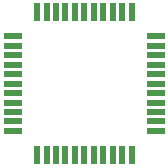
<source format=gbr>
%TF.GenerationSoftware,KiCad,Pcbnew,(6.0.4)*%
%TF.CreationDate,2022-05-05T12:14:13+01:00*%
%TF.ProjectId,LCC-QFP-44-to-DIL,4c43432d-5146-4502-9d34-342d746f2d44,rev?*%
%TF.SameCoordinates,Original*%
%TF.FileFunction,Paste,Top*%
%TF.FilePolarity,Positive*%
%FSLAX46Y46*%
G04 Gerber Fmt 4.6, Leading zero omitted, Abs format (unit mm)*
G04 Created by KiCad (PCBNEW (6.0.4)) date 2022-05-05 12:14:13*
%MOMM*%
%LPD*%
G01*
G04 APERTURE LIST*
%ADD10R,1.500000X0.520000*%
%ADD11R,0.520000X1.500000*%
G04 APERTURE END LIST*
D10*
%TO.C,IC2*%
X134920000Y-150940000D03*
X134920000Y-151740000D03*
X134920000Y-152540000D03*
X134920000Y-153340000D03*
X134920000Y-154140000D03*
X134920000Y-154940000D03*
X134920000Y-155740000D03*
X134920000Y-156540000D03*
X134920000Y-157340000D03*
X134920000Y-158140000D03*
X134920000Y-158940000D03*
D11*
X136970000Y-160990000D03*
X137770000Y-160990000D03*
X138570000Y-160990000D03*
X139370000Y-160990000D03*
X140170000Y-160990000D03*
X140970000Y-160990000D03*
X141770000Y-160990000D03*
X142570000Y-160990000D03*
X143370000Y-160990000D03*
X144170000Y-160990000D03*
X144970000Y-160990000D03*
D10*
X147020000Y-158940000D03*
X147020000Y-158140000D03*
X147020000Y-157340000D03*
X147020000Y-156540000D03*
X147020000Y-155740000D03*
X147020000Y-154940000D03*
X147020000Y-154140000D03*
X147020000Y-153340000D03*
X147020000Y-152540000D03*
X147020000Y-151740000D03*
X147020000Y-150940000D03*
D11*
X144970000Y-148890000D03*
X144170000Y-148890000D03*
X143370000Y-148890000D03*
X142570000Y-148890000D03*
X141770000Y-148890000D03*
X140970000Y-148890000D03*
X140170000Y-148890000D03*
X139370000Y-148890000D03*
X138570000Y-148890000D03*
X137770000Y-148890000D03*
X136970000Y-148890000D03*
%TD*%
M02*

</source>
